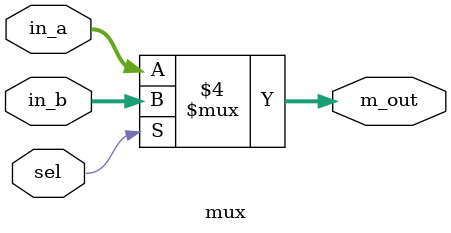
<source format=v>
module mux


(
input [63:0] in_a, in_b,

input sel,

output reg [63:0] m_out

);


always @ (sel or in_a or in_b)

 begin
    if (sel == 1'b0) 
      
      m_out = in_a;
      
    else   
                                               
      m_out = in_b;
      
 end
 
 endmodule
 

</source>
